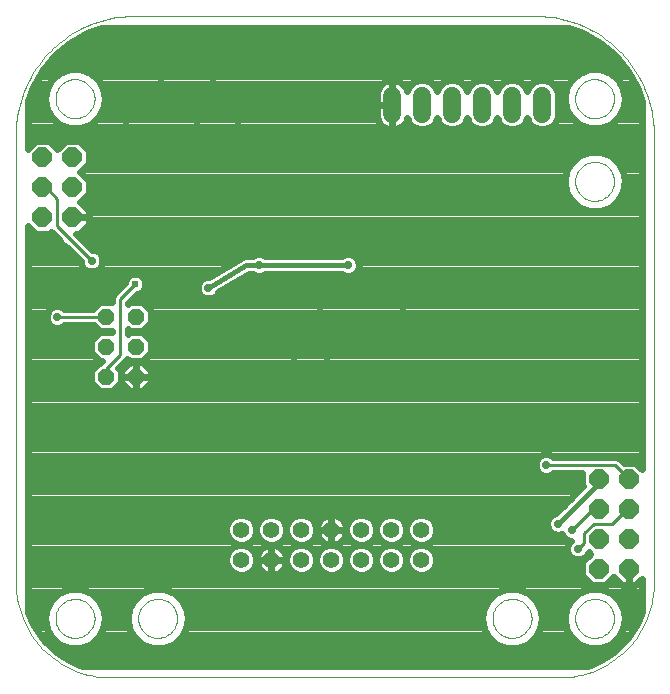
<source format=gbl>
G75*
%MOIN*%
%OFA0B0*%
%FSLAX24Y24*%
%IPPOS*%
%LPD*%
%AMOC8*
5,1,8,0,0,1.08239X$1,22.5*
%
%ADD10C,0.0000*%
%ADD11OC8,0.0650*%
%ADD12C,0.0600*%
%ADD13OC8,0.0535*%
%ADD14C,0.0554*%
%ADD15C,0.0240*%
%ADD16C,0.0100*%
%ADD17C,0.0277*%
%ADD18C,0.0160*%
%ADD19C,0.0240*%
D10*
X007744Y006169D02*
X022705Y006169D01*
X023236Y008138D02*
X023238Y008188D01*
X023244Y008238D01*
X023254Y008288D01*
X023267Y008336D01*
X023284Y008384D01*
X023305Y008430D01*
X023329Y008474D01*
X023357Y008516D01*
X023388Y008556D01*
X023422Y008593D01*
X023459Y008628D01*
X023498Y008659D01*
X023539Y008688D01*
X023583Y008713D01*
X023629Y008735D01*
X023676Y008753D01*
X023724Y008767D01*
X023773Y008778D01*
X023823Y008785D01*
X023873Y008788D01*
X023924Y008787D01*
X023974Y008782D01*
X024024Y008773D01*
X024072Y008761D01*
X024120Y008744D01*
X024166Y008724D01*
X024211Y008701D01*
X024254Y008674D01*
X024294Y008644D01*
X024332Y008611D01*
X024367Y008575D01*
X024400Y008536D01*
X024429Y008495D01*
X024455Y008452D01*
X024478Y008407D01*
X024497Y008360D01*
X024512Y008312D01*
X024524Y008263D01*
X024532Y008213D01*
X024536Y008163D01*
X024536Y008113D01*
X024532Y008063D01*
X024524Y008013D01*
X024512Y007964D01*
X024497Y007916D01*
X024478Y007869D01*
X024455Y007824D01*
X024429Y007781D01*
X024400Y007740D01*
X024367Y007701D01*
X024332Y007665D01*
X024294Y007632D01*
X024254Y007602D01*
X024211Y007575D01*
X024166Y007552D01*
X024120Y007532D01*
X024072Y007515D01*
X024024Y007503D01*
X023974Y007494D01*
X023924Y007489D01*
X023873Y007488D01*
X023823Y007491D01*
X023773Y007498D01*
X023724Y007509D01*
X023676Y007523D01*
X023629Y007541D01*
X023583Y007563D01*
X023539Y007588D01*
X023498Y007617D01*
X023459Y007648D01*
X023422Y007683D01*
X023388Y007720D01*
X023357Y007760D01*
X023329Y007802D01*
X023305Y007846D01*
X023284Y007892D01*
X023267Y007940D01*
X023254Y007988D01*
X023244Y008038D01*
X023238Y008088D01*
X023236Y008138D01*
X022705Y006169D02*
X022815Y006171D01*
X022925Y006177D01*
X023034Y006186D01*
X023143Y006200D01*
X023252Y006217D01*
X023360Y006238D01*
X023467Y006263D01*
X023573Y006291D01*
X023678Y006323D01*
X023782Y006359D01*
X023885Y006398D01*
X023986Y006441D01*
X024086Y006488D01*
X024184Y006538D01*
X024280Y006591D01*
X024374Y006648D01*
X024466Y006708D01*
X024557Y006771D01*
X024644Y006837D01*
X024730Y006906D01*
X024813Y006978D01*
X024893Y007053D01*
X024971Y007131D01*
X025046Y007211D01*
X025118Y007294D01*
X025187Y007380D01*
X025253Y007467D01*
X025316Y007558D01*
X025376Y007650D01*
X025433Y007744D01*
X025486Y007840D01*
X025536Y007938D01*
X025583Y008038D01*
X025626Y008139D01*
X025665Y008242D01*
X025701Y008346D01*
X025733Y008451D01*
X025761Y008557D01*
X025786Y008664D01*
X025807Y008772D01*
X025824Y008881D01*
X025838Y008990D01*
X025847Y009099D01*
X025853Y009209D01*
X025855Y009319D01*
X025854Y009319D02*
X025854Y013059D01*
X025854Y019870D01*
X025854Y024280D01*
X023236Y025461D02*
X023238Y025511D01*
X023244Y025561D01*
X023254Y025611D01*
X023267Y025659D01*
X023284Y025707D01*
X023305Y025753D01*
X023329Y025797D01*
X023357Y025839D01*
X023388Y025879D01*
X023422Y025916D01*
X023459Y025951D01*
X023498Y025982D01*
X023539Y026011D01*
X023583Y026036D01*
X023629Y026058D01*
X023676Y026076D01*
X023724Y026090D01*
X023773Y026101D01*
X023823Y026108D01*
X023873Y026111D01*
X023924Y026110D01*
X023974Y026105D01*
X024024Y026096D01*
X024072Y026084D01*
X024120Y026067D01*
X024166Y026047D01*
X024211Y026024D01*
X024254Y025997D01*
X024294Y025967D01*
X024332Y025934D01*
X024367Y025898D01*
X024400Y025859D01*
X024429Y025818D01*
X024455Y025775D01*
X024478Y025730D01*
X024497Y025683D01*
X024512Y025635D01*
X024524Y025586D01*
X024532Y025536D01*
X024536Y025486D01*
X024536Y025436D01*
X024532Y025386D01*
X024524Y025336D01*
X024512Y025287D01*
X024497Y025239D01*
X024478Y025192D01*
X024455Y025147D01*
X024429Y025104D01*
X024400Y025063D01*
X024367Y025024D01*
X024332Y024988D01*
X024294Y024955D01*
X024254Y024925D01*
X024211Y024898D01*
X024166Y024875D01*
X024120Y024855D01*
X024072Y024838D01*
X024024Y024826D01*
X023974Y024817D01*
X023924Y024812D01*
X023873Y024811D01*
X023823Y024814D01*
X023773Y024821D01*
X023724Y024832D01*
X023676Y024846D01*
X023629Y024864D01*
X023583Y024886D01*
X023539Y024911D01*
X023498Y024940D01*
X023459Y024971D01*
X023422Y025006D01*
X023388Y025043D01*
X023357Y025083D01*
X023329Y025125D01*
X023305Y025169D01*
X023284Y025215D01*
X023267Y025263D01*
X023254Y025311D01*
X023244Y025361D01*
X023238Y025411D01*
X023236Y025461D01*
X025854Y024280D02*
X025852Y024404D01*
X025846Y024527D01*
X025837Y024651D01*
X025823Y024773D01*
X025806Y024896D01*
X025784Y025018D01*
X025759Y025139D01*
X025730Y025259D01*
X025698Y025378D01*
X025661Y025497D01*
X025621Y025614D01*
X025578Y025729D01*
X025530Y025844D01*
X025479Y025956D01*
X025425Y026067D01*
X025367Y026177D01*
X025306Y026284D01*
X025241Y026390D01*
X025173Y026493D01*
X025102Y026594D01*
X025028Y026693D01*
X024951Y026790D01*
X024870Y026884D01*
X024787Y026975D01*
X024701Y027064D01*
X024612Y027150D01*
X024521Y027233D01*
X024427Y027314D01*
X024330Y027391D01*
X024231Y027465D01*
X024130Y027536D01*
X024027Y027604D01*
X023921Y027669D01*
X023814Y027730D01*
X023704Y027788D01*
X023593Y027842D01*
X023481Y027893D01*
X023366Y027941D01*
X023251Y027984D01*
X023134Y028024D01*
X023015Y028061D01*
X022896Y028093D01*
X022776Y028122D01*
X022655Y028147D01*
X022533Y028169D01*
X022410Y028186D01*
X022288Y028200D01*
X022164Y028209D01*
X022041Y028215D01*
X021917Y028217D01*
X018020Y028217D01*
X017980Y028217D01*
X012469Y028217D01*
X008531Y028217D01*
X005913Y025461D02*
X005915Y025511D01*
X005921Y025561D01*
X005931Y025611D01*
X005944Y025659D01*
X005961Y025707D01*
X005982Y025753D01*
X006006Y025797D01*
X006034Y025839D01*
X006065Y025879D01*
X006099Y025916D01*
X006136Y025951D01*
X006175Y025982D01*
X006216Y026011D01*
X006260Y026036D01*
X006306Y026058D01*
X006353Y026076D01*
X006401Y026090D01*
X006450Y026101D01*
X006500Y026108D01*
X006550Y026111D01*
X006601Y026110D01*
X006651Y026105D01*
X006701Y026096D01*
X006749Y026084D01*
X006797Y026067D01*
X006843Y026047D01*
X006888Y026024D01*
X006931Y025997D01*
X006971Y025967D01*
X007009Y025934D01*
X007044Y025898D01*
X007077Y025859D01*
X007106Y025818D01*
X007132Y025775D01*
X007155Y025730D01*
X007174Y025683D01*
X007189Y025635D01*
X007201Y025586D01*
X007209Y025536D01*
X007213Y025486D01*
X007213Y025436D01*
X007209Y025386D01*
X007201Y025336D01*
X007189Y025287D01*
X007174Y025239D01*
X007155Y025192D01*
X007132Y025147D01*
X007106Y025104D01*
X007077Y025063D01*
X007044Y025024D01*
X007009Y024988D01*
X006971Y024955D01*
X006931Y024925D01*
X006888Y024898D01*
X006843Y024875D01*
X006797Y024855D01*
X006749Y024838D01*
X006701Y024826D01*
X006651Y024817D01*
X006601Y024812D01*
X006550Y024811D01*
X006500Y024814D01*
X006450Y024821D01*
X006401Y024832D01*
X006353Y024846D01*
X006306Y024864D01*
X006260Y024886D01*
X006216Y024911D01*
X006175Y024940D01*
X006136Y024971D01*
X006099Y025006D01*
X006065Y025043D01*
X006034Y025083D01*
X006006Y025125D01*
X005982Y025169D01*
X005961Y025215D01*
X005944Y025263D01*
X005931Y025311D01*
X005921Y025361D01*
X005915Y025411D01*
X005913Y025461D01*
X004594Y024280D02*
X004594Y009319D01*
X005913Y008138D02*
X005915Y008188D01*
X005921Y008238D01*
X005931Y008288D01*
X005944Y008336D01*
X005961Y008384D01*
X005982Y008430D01*
X006006Y008474D01*
X006034Y008516D01*
X006065Y008556D01*
X006099Y008593D01*
X006136Y008628D01*
X006175Y008659D01*
X006216Y008688D01*
X006260Y008713D01*
X006306Y008735D01*
X006353Y008753D01*
X006401Y008767D01*
X006450Y008778D01*
X006500Y008785D01*
X006550Y008788D01*
X006601Y008787D01*
X006651Y008782D01*
X006701Y008773D01*
X006749Y008761D01*
X006797Y008744D01*
X006843Y008724D01*
X006888Y008701D01*
X006931Y008674D01*
X006971Y008644D01*
X007009Y008611D01*
X007044Y008575D01*
X007077Y008536D01*
X007106Y008495D01*
X007132Y008452D01*
X007155Y008407D01*
X007174Y008360D01*
X007189Y008312D01*
X007201Y008263D01*
X007209Y008213D01*
X007213Y008163D01*
X007213Y008113D01*
X007209Y008063D01*
X007201Y008013D01*
X007189Y007964D01*
X007174Y007916D01*
X007155Y007869D01*
X007132Y007824D01*
X007106Y007781D01*
X007077Y007740D01*
X007044Y007701D01*
X007009Y007665D01*
X006971Y007632D01*
X006931Y007602D01*
X006888Y007575D01*
X006843Y007552D01*
X006797Y007532D01*
X006749Y007515D01*
X006701Y007503D01*
X006651Y007494D01*
X006601Y007489D01*
X006550Y007488D01*
X006500Y007491D01*
X006450Y007498D01*
X006401Y007509D01*
X006353Y007523D01*
X006306Y007541D01*
X006260Y007563D01*
X006216Y007588D01*
X006175Y007617D01*
X006136Y007648D01*
X006099Y007683D01*
X006065Y007720D01*
X006034Y007760D01*
X006006Y007802D01*
X005982Y007846D01*
X005961Y007892D01*
X005944Y007940D01*
X005931Y007988D01*
X005921Y008038D01*
X005915Y008088D01*
X005913Y008138D01*
X004594Y009319D02*
X004596Y009209D01*
X004602Y009099D01*
X004611Y008990D01*
X004625Y008881D01*
X004642Y008772D01*
X004663Y008664D01*
X004688Y008557D01*
X004716Y008451D01*
X004748Y008346D01*
X004784Y008242D01*
X004823Y008139D01*
X004866Y008038D01*
X004913Y007938D01*
X004963Y007840D01*
X005016Y007744D01*
X005073Y007650D01*
X005133Y007558D01*
X005196Y007467D01*
X005262Y007380D01*
X005331Y007294D01*
X005403Y007211D01*
X005478Y007131D01*
X005556Y007053D01*
X005636Y006978D01*
X005719Y006906D01*
X005805Y006837D01*
X005892Y006771D01*
X005983Y006708D01*
X006075Y006648D01*
X006169Y006591D01*
X006265Y006538D01*
X006363Y006488D01*
X006463Y006441D01*
X006564Y006398D01*
X006667Y006359D01*
X006771Y006323D01*
X006876Y006291D01*
X006982Y006263D01*
X007089Y006238D01*
X007197Y006217D01*
X007306Y006200D01*
X007415Y006186D01*
X007524Y006177D01*
X007634Y006171D01*
X007744Y006169D01*
X008669Y008138D02*
X008671Y008188D01*
X008677Y008238D01*
X008687Y008288D01*
X008700Y008336D01*
X008717Y008384D01*
X008738Y008430D01*
X008762Y008474D01*
X008790Y008516D01*
X008821Y008556D01*
X008855Y008593D01*
X008892Y008628D01*
X008931Y008659D01*
X008972Y008688D01*
X009016Y008713D01*
X009062Y008735D01*
X009109Y008753D01*
X009157Y008767D01*
X009206Y008778D01*
X009256Y008785D01*
X009306Y008788D01*
X009357Y008787D01*
X009407Y008782D01*
X009457Y008773D01*
X009505Y008761D01*
X009553Y008744D01*
X009599Y008724D01*
X009644Y008701D01*
X009687Y008674D01*
X009727Y008644D01*
X009765Y008611D01*
X009800Y008575D01*
X009833Y008536D01*
X009862Y008495D01*
X009888Y008452D01*
X009911Y008407D01*
X009930Y008360D01*
X009945Y008312D01*
X009957Y008263D01*
X009965Y008213D01*
X009969Y008163D01*
X009969Y008113D01*
X009965Y008063D01*
X009957Y008013D01*
X009945Y007964D01*
X009930Y007916D01*
X009911Y007869D01*
X009888Y007824D01*
X009862Y007781D01*
X009833Y007740D01*
X009800Y007701D01*
X009765Y007665D01*
X009727Y007632D01*
X009687Y007602D01*
X009644Y007575D01*
X009599Y007552D01*
X009553Y007532D01*
X009505Y007515D01*
X009457Y007503D01*
X009407Y007494D01*
X009357Y007489D01*
X009306Y007488D01*
X009256Y007491D01*
X009206Y007498D01*
X009157Y007509D01*
X009109Y007523D01*
X009062Y007541D01*
X009016Y007563D01*
X008972Y007588D01*
X008931Y007617D01*
X008892Y007648D01*
X008855Y007683D01*
X008821Y007720D01*
X008790Y007760D01*
X008762Y007802D01*
X008738Y007846D01*
X008717Y007892D01*
X008700Y007940D01*
X008687Y007988D01*
X008677Y008038D01*
X008671Y008088D01*
X008669Y008138D01*
X020480Y008138D02*
X020482Y008188D01*
X020488Y008238D01*
X020498Y008288D01*
X020511Y008336D01*
X020528Y008384D01*
X020549Y008430D01*
X020573Y008474D01*
X020601Y008516D01*
X020632Y008556D01*
X020666Y008593D01*
X020703Y008628D01*
X020742Y008659D01*
X020783Y008688D01*
X020827Y008713D01*
X020873Y008735D01*
X020920Y008753D01*
X020968Y008767D01*
X021017Y008778D01*
X021067Y008785D01*
X021117Y008788D01*
X021168Y008787D01*
X021218Y008782D01*
X021268Y008773D01*
X021316Y008761D01*
X021364Y008744D01*
X021410Y008724D01*
X021455Y008701D01*
X021498Y008674D01*
X021538Y008644D01*
X021576Y008611D01*
X021611Y008575D01*
X021644Y008536D01*
X021673Y008495D01*
X021699Y008452D01*
X021722Y008407D01*
X021741Y008360D01*
X021756Y008312D01*
X021768Y008263D01*
X021776Y008213D01*
X021780Y008163D01*
X021780Y008113D01*
X021776Y008063D01*
X021768Y008013D01*
X021756Y007964D01*
X021741Y007916D01*
X021722Y007869D01*
X021699Y007824D01*
X021673Y007781D01*
X021644Y007740D01*
X021611Y007701D01*
X021576Y007665D01*
X021538Y007632D01*
X021498Y007602D01*
X021455Y007575D01*
X021410Y007552D01*
X021364Y007532D01*
X021316Y007515D01*
X021268Y007503D01*
X021218Y007494D01*
X021168Y007489D01*
X021117Y007488D01*
X021067Y007491D01*
X021017Y007498D01*
X020968Y007509D01*
X020920Y007523D01*
X020873Y007541D01*
X020827Y007563D01*
X020783Y007588D01*
X020742Y007617D01*
X020703Y007648D01*
X020666Y007683D01*
X020632Y007720D01*
X020601Y007760D01*
X020573Y007802D01*
X020549Y007846D01*
X020528Y007892D01*
X020511Y007940D01*
X020498Y007988D01*
X020488Y008038D01*
X020482Y008088D01*
X020480Y008138D01*
X023236Y022705D02*
X023238Y022755D01*
X023244Y022805D01*
X023254Y022855D01*
X023267Y022903D01*
X023284Y022951D01*
X023305Y022997D01*
X023329Y023041D01*
X023357Y023083D01*
X023388Y023123D01*
X023422Y023160D01*
X023459Y023195D01*
X023498Y023226D01*
X023539Y023255D01*
X023583Y023280D01*
X023629Y023302D01*
X023676Y023320D01*
X023724Y023334D01*
X023773Y023345D01*
X023823Y023352D01*
X023873Y023355D01*
X023924Y023354D01*
X023974Y023349D01*
X024024Y023340D01*
X024072Y023328D01*
X024120Y023311D01*
X024166Y023291D01*
X024211Y023268D01*
X024254Y023241D01*
X024294Y023211D01*
X024332Y023178D01*
X024367Y023142D01*
X024400Y023103D01*
X024429Y023062D01*
X024455Y023019D01*
X024478Y022974D01*
X024497Y022927D01*
X024512Y022879D01*
X024524Y022830D01*
X024532Y022780D01*
X024536Y022730D01*
X024536Y022680D01*
X024532Y022630D01*
X024524Y022580D01*
X024512Y022531D01*
X024497Y022483D01*
X024478Y022436D01*
X024455Y022391D01*
X024429Y022348D01*
X024400Y022307D01*
X024367Y022268D01*
X024332Y022232D01*
X024294Y022199D01*
X024254Y022169D01*
X024211Y022142D01*
X024166Y022119D01*
X024120Y022099D01*
X024072Y022082D01*
X024024Y022070D01*
X023974Y022061D01*
X023924Y022056D01*
X023873Y022055D01*
X023823Y022058D01*
X023773Y022065D01*
X023724Y022076D01*
X023676Y022090D01*
X023629Y022108D01*
X023583Y022130D01*
X023539Y022155D01*
X023498Y022184D01*
X023459Y022215D01*
X023422Y022250D01*
X023388Y022287D01*
X023357Y022327D01*
X023329Y022369D01*
X023305Y022413D01*
X023284Y022459D01*
X023267Y022507D01*
X023254Y022555D01*
X023244Y022605D01*
X023238Y022655D01*
X023236Y022705D01*
X008531Y028217D02*
X008407Y028215D01*
X008284Y028209D01*
X008160Y028200D01*
X008038Y028186D01*
X007915Y028169D01*
X007793Y028147D01*
X007672Y028122D01*
X007552Y028093D01*
X007433Y028061D01*
X007314Y028024D01*
X007197Y027984D01*
X007082Y027941D01*
X006967Y027893D01*
X006855Y027842D01*
X006744Y027788D01*
X006634Y027730D01*
X006527Y027669D01*
X006421Y027604D01*
X006318Y027536D01*
X006217Y027465D01*
X006118Y027391D01*
X006021Y027314D01*
X005927Y027233D01*
X005836Y027150D01*
X005747Y027064D01*
X005661Y026975D01*
X005578Y026884D01*
X005497Y026790D01*
X005420Y026693D01*
X005346Y026594D01*
X005275Y026493D01*
X005207Y026390D01*
X005142Y026284D01*
X005081Y026177D01*
X005023Y026067D01*
X004969Y025956D01*
X004918Y025844D01*
X004870Y025729D01*
X004827Y025614D01*
X004787Y025497D01*
X004750Y025378D01*
X004718Y025259D01*
X004689Y025139D01*
X004664Y025018D01*
X004642Y024896D01*
X004625Y024773D01*
X004611Y024651D01*
X004602Y024527D01*
X004596Y024404D01*
X004594Y024280D01*
D11*
X005472Y023508D03*
X005472Y022508D03*
X005472Y021508D03*
X006472Y021508D03*
X006472Y022508D03*
X006472Y023508D03*
X024016Y012787D03*
X024016Y011787D03*
X024016Y010787D03*
X024016Y009787D03*
X025016Y009787D03*
X025016Y010787D03*
X025016Y011787D03*
X025016Y012787D03*
D12*
X022134Y024960D02*
X022134Y025560D01*
X021134Y025560D02*
X021134Y024960D01*
X020134Y024960D02*
X020134Y025560D01*
X019134Y025560D02*
X019134Y024960D01*
X018134Y024960D02*
X018134Y025560D01*
X017134Y025560D02*
X017134Y024960D01*
D13*
X008598Y018193D03*
X007598Y018193D03*
X007598Y017193D03*
X008598Y017193D03*
X008598Y016193D03*
X007598Y016193D03*
D14*
X012106Y011091D03*
X012106Y010091D03*
X013106Y010091D03*
X013106Y011091D03*
X014106Y011091D03*
X015106Y011091D03*
X015106Y010091D03*
X014106Y010091D03*
X016106Y010091D03*
X016106Y011091D03*
X017106Y011091D03*
X017106Y010091D03*
X018106Y010091D03*
X018106Y011091D03*
D15*
X016091Y015539D03*
X014949Y016799D03*
X014398Y016327D03*
X013846Y016799D03*
X014398Y017350D03*
X014713Y018492D03*
X014713Y019594D03*
X016091Y018059D03*
X017508Y018374D03*
X017980Y017823D03*
X017469Y016563D03*
X017980Y016051D03*
X018138Y019516D03*
X017941Y021091D03*
X016602Y020067D03*
X016327Y022193D03*
X014870Y023335D03*
X013807Y024398D03*
X014949Y024988D03*
X014949Y026681D03*
X014437Y027154D03*
X015539Y027232D03*
X016327Y026720D03*
X013059Y027272D03*
X012114Y027626D03*
X011878Y026642D03*
X011169Y026051D03*
X011996Y025657D03*
X011996Y024713D03*
X010618Y024555D03*
X010618Y023335D03*
X011130Y022114D03*
X012390Y021720D03*
X012902Y020815D03*
X013413Y021366D03*
X014398Y021799D03*
X012665Y017429D03*
X011563Y017390D03*
X009988Y018256D03*
X009594Y018689D03*
X008571Y019280D03*
X009594Y016996D03*
X009555Y015579D03*
X010067Y015067D03*
X008571Y014594D03*
X012350Y014398D03*
X012823Y015106D03*
X008177Y023492D03*
X008256Y024594D03*
X007902Y025106D03*
X008492Y025815D03*
X009437Y025972D03*
X009476Y027035D03*
X007941Y026642D03*
X007744Y027626D03*
D16*
X005579Y022508D02*
X005539Y022508D01*
X005500Y022508D01*
X005472Y022508D01*
X005579Y022508D02*
X005972Y022114D01*
X005972Y021209D01*
X007114Y020067D01*
X006366Y020815D02*
X006327Y020815D01*
X008059Y018768D02*
X008059Y016917D01*
X007598Y016457D01*
X007598Y016193D01*
X007583Y018177D02*
X005972Y018177D01*
X007583Y018177D02*
X007598Y018193D01*
X008059Y018768D02*
X008571Y019280D01*
X022272Y013256D02*
X023295Y013256D01*
X024555Y013256D01*
X024555Y013248D01*
X025016Y012787D01*
X024976Y011787D02*
X025016Y011787D01*
X024976Y011787D02*
X024476Y011287D01*
X023846Y011287D01*
X023531Y010972D01*
X023531Y010657D01*
X023335Y010461D01*
X023138Y011091D02*
X023835Y011787D01*
X024016Y011787D01*
D17*
X023138Y011091D03*
X022665Y011287D03*
X023335Y010461D03*
X022272Y013256D03*
X015657Y019909D03*
X012705Y019909D03*
X011012Y019161D03*
X007114Y020067D03*
X005972Y018177D03*
D18*
X011012Y019161D02*
X012272Y019909D01*
X012705Y019909D01*
X015657Y019909D01*
X024016Y012638D02*
X022665Y011287D01*
X024016Y012638D02*
X024016Y012787D01*
D19*
X006363Y006735D02*
X005886Y007054D01*
X005479Y007460D01*
X005160Y007938D01*
X004988Y008354D01*
X004988Y021222D01*
X005247Y020963D01*
X005698Y020963D01*
X005767Y021032D01*
X005819Y020980D01*
X006070Y020729D01*
X006098Y020662D01*
X006174Y020586D01*
X006241Y020558D01*
X006755Y020044D01*
X006755Y019996D01*
X006810Y019864D01*
X006911Y019763D01*
X007043Y019708D01*
X007186Y019708D01*
X007317Y019763D01*
X007418Y019864D01*
X007473Y019996D01*
X007473Y020138D01*
X007418Y020270D01*
X007317Y020371D01*
X007186Y020426D01*
X007137Y020426D01*
X006600Y020963D01*
X006698Y020963D01*
X007017Y021282D01*
X007017Y021508D01*
X007017Y021734D01*
X006743Y022008D01*
X007017Y022282D01*
X007017Y022734D01*
X006743Y023008D01*
X007017Y023282D01*
X007017Y023734D01*
X006698Y024053D01*
X006247Y024053D01*
X005972Y023778D01*
X005698Y024053D01*
X005247Y024053D01*
X004988Y023794D01*
X004988Y025371D01*
X005163Y025850D01*
X005487Y026412D01*
X005903Y026908D01*
X006400Y027324D01*
X006961Y027648D01*
X007440Y027823D01*
X023009Y027823D01*
X023488Y027648D01*
X024049Y027324D01*
X024546Y026908D01*
X024962Y026412D01*
X025286Y025850D01*
X025461Y025371D01*
X025461Y013113D01*
X025241Y013332D01*
X024853Y013332D01*
X024790Y013395D01*
X024784Y013409D01*
X024708Y013485D01*
X024609Y013526D01*
X022509Y013526D01*
X022475Y013560D01*
X022343Y013615D01*
X022200Y013615D01*
X022068Y013560D01*
X021968Y013459D01*
X021913Y013327D01*
X021913Y013185D01*
X021968Y013053D01*
X022068Y012952D01*
X022200Y012897D01*
X022343Y012897D01*
X022475Y012952D01*
X022509Y012986D01*
X023471Y012986D01*
X023471Y012562D01*
X023493Y012539D01*
X022600Y011646D01*
X022594Y011646D01*
X022462Y011592D01*
X022361Y011491D01*
X022307Y011359D01*
X022307Y011216D01*
X022361Y011084D01*
X022462Y010983D01*
X022594Y010929D01*
X022737Y010929D01*
X022805Y010957D01*
X022834Y010887D01*
X022935Y010786D01*
X023066Y010732D01*
X023098Y010732D01*
X023031Y010664D01*
X022976Y010532D01*
X022976Y010389D01*
X023031Y010257D01*
X023131Y010157D01*
X023263Y010102D01*
X023406Y010102D01*
X023538Y010157D01*
X023639Y010257D01*
X023679Y010354D01*
X023745Y010287D01*
X023471Y010013D01*
X023471Y009562D01*
X023790Y009243D01*
X024241Y009243D01*
X024516Y009517D01*
X024790Y009243D01*
X025016Y009243D01*
X025241Y009243D01*
X025461Y009462D01*
X025461Y008354D01*
X025288Y007938D01*
X024969Y007460D01*
X024563Y007054D01*
X024086Y006735D01*
X023670Y006563D01*
X006779Y006563D01*
X006363Y006735D01*
X006578Y006646D02*
X023871Y006646D01*
X024310Y006885D02*
X006139Y006885D01*
X006388Y007148D02*
X006615Y007148D01*
X006738Y007148D01*
X007066Y007267D01*
X007333Y007492D01*
X007508Y007794D01*
X007568Y008138D01*
X007508Y008482D01*
X007333Y008784D01*
X007066Y009008D01*
X007066Y009008D01*
X006738Y009128D01*
X006388Y009128D01*
X006060Y009008D01*
X005793Y008784D01*
X005793Y008784D01*
X005618Y008482D01*
X005558Y008138D01*
X005618Y007794D01*
X005793Y007492D01*
X005793Y007492D01*
X006060Y007267D01*
X006060Y007267D01*
X006388Y007148D01*
X005948Y007362D02*
X005578Y007362D01*
X005730Y007600D02*
X005386Y007600D01*
X005227Y007839D02*
X005610Y007839D01*
X005618Y007794D02*
X005618Y007794D01*
X005568Y008077D02*
X005103Y008077D01*
X005004Y008316D02*
X005589Y008316D01*
X005618Y008482D02*
X005618Y008482D01*
X005660Y008554D02*
X004988Y008554D01*
X004988Y008793D02*
X005803Y008793D01*
X005793Y008784D02*
X005793Y008784D01*
X006060Y009008D02*
X006060Y009008D01*
X006123Y009031D02*
X004988Y009031D01*
X004988Y009270D02*
X023763Y009270D01*
X023711Y009128D02*
X023383Y009008D01*
X023116Y008784D01*
X023116Y008784D01*
X022941Y008482D01*
X022941Y008482D01*
X022881Y008138D01*
X022941Y007794D01*
X023116Y007492D01*
X023116Y007492D01*
X023383Y007267D01*
X023383Y007267D01*
X023711Y007148D01*
X023834Y007148D01*
X024060Y007148D01*
X024388Y007267D01*
X024388Y007267D01*
X024656Y007492D01*
X024830Y007794D01*
X024891Y008138D01*
X024830Y008482D01*
X024656Y008784D01*
X024388Y009008D01*
X024060Y009128D01*
X023711Y009128D01*
X023446Y009031D02*
X021570Y009031D01*
X021633Y009008D02*
X021304Y009128D01*
X020955Y009128D01*
X020627Y009008D01*
X020360Y008784D01*
X020360Y008784D01*
X020360Y008784D01*
X020185Y008482D01*
X020185Y008482D01*
X020125Y008138D01*
X020125Y008138D01*
X020185Y007794D01*
X020360Y007492D01*
X020360Y007492D01*
X020627Y007267D01*
X020627Y007267D01*
X020955Y007148D01*
X021078Y007148D01*
X021304Y007148D01*
X021633Y007267D01*
X021900Y007492D01*
X022075Y007794D01*
X022135Y008138D01*
X022075Y008482D01*
X021900Y008784D01*
X021633Y009008D01*
X021889Y008793D02*
X023126Y008793D01*
X023116Y008784D02*
X023116Y008784D01*
X022983Y008554D02*
X022033Y008554D01*
X022075Y008482D02*
X022075Y008482D01*
X022104Y008316D02*
X022912Y008316D01*
X022881Y008138D02*
X022881Y008138D01*
X022891Y008077D02*
X022125Y008077D01*
X022135Y008138D02*
X022135Y008138D01*
X022082Y007839D02*
X022933Y007839D01*
X023053Y007600D02*
X021963Y007600D01*
X021900Y007492D02*
X021900Y007492D01*
X021900Y007492D01*
X021745Y007362D02*
X023270Y007362D01*
X022075Y007794D02*
X022075Y007794D01*
X021633Y007267D02*
X021633Y007267D01*
X020515Y007362D02*
X009934Y007362D01*
X009822Y007267D02*
X010089Y007492D01*
X010264Y007794D01*
X010324Y008138D01*
X010264Y008482D01*
X010089Y008784D01*
X009822Y009008D01*
X009822Y009008D01*
X009493Y009128D01*
X009144Y009128D01*
X008816Y009008D01*
X008549Y008784D01*
X008549Y008784D01*
X008374Y008482D01*
X008374Y008482D01*
X008314Y008138D01*
X008374Y007794D01*
X008549Y007492D01*
X008549Y007492D01*
X008816Y007267D01*
X008816Y007267D01*
X009144Y007148D01*
X009371Y007148D01*
X009493Y007148D01*
X009493Y007148D01*
X009822Y007267D01*
X009822Y007267D01*
X010089Y007492D02*
X010089Y007492D01*
X010089Y007492D01*
X010152Y007600D02*
X020297Y007600D01*
X020185Y007794D02*
X020185Y007794D01*
X020177Y007839D02*
X010271Y007839D01*
X010264Y007794D02*
X010264Y007794D01*
X010314Y008077D02*
X020135Y008077D01*
X020156Y008316D02*
X010293Y008316D01*
X010264Y008482D02*
X010264Y008482D01*
X010222Y008554D02*
X020227Y008554D01*
X020370Y008793D02*
X010078Y008793D01*
X010089Y008784D02*
X010089Y008784D01*
X009759Y009031D02*
X020690Y009031D01*
X020627Y009008D02*
X020627Y009008D01*
X021900Y008784D02*
X021900Y008784D01*
X023064Y010224D02*
X018589Y010224D01*
X018603Y010189D02*
X018528Y010372D01*
X018388Y010512D01*
X018205Y010588D01*
X018007Y010588D01*
X017825Y010512D01*
X017685Y010372D01*
X017609Y010189D01*
X017609Y009992D01*
X017685Y009809D01*
X017825Y009669D01*
X018007Y009593D01*
X018205Y009593D01*
X018388Y009669D01*
X018528Y009809D01*
X018603Y009992D01*
X018603Y010189D01*
X018601Y009985D02*
X023471Y009985D01*
X023471Y009747D02*
X018466Y009747D01*
X018438Y010462D02*
X022976Y010462D01*
X023067Y010701D02*
X018420Y010701D01*
X018388Y010669D02*
X018528Y010809D01*
X018603Y010992D01*
X018603Y011189D01*
X018528Y011372D01*
X018388Y011512D01*
X018205Y011588D01*
X018007Y011588D01*
X017825Y011512D01*
X017685Y011372D01*
X017609Y011189D01*
X017609Y010992D01*
X017685Y010809D01*
X017825Y010669D01*
X018007Y010593D01*
X018205Y010593D01*
X018388Y010669D01*
X018582Y010939D02*
X022568Y010939D01*
X022762Y010939D02*
X022812Y010939D01*
X022322Y011178D02*
X018603Y011178D01*
X018484Y011416D02*
X022330Y011416D01*
X022608Y011655D02*
X004988Y011655D01*
X004988Y011893D02*
X022847Y011893D01*
X023085Y012132D02*
X004988Y012132D01*
X004988Y012370D02*
X023324Y012370D01*
X023471Y012609D02*
X004988Y012609D01*
X004988Y012847D02*
X023471Y012847D01*
X022468Y013563D02*
X025461Y013563D01*
X025461Y013801D02*
X004988Y013801D01*
X004988Y013563D02*
X022075Y013563D01*
X021913Y013324D02*
X004988Y013324D01*
X004988Y013086D02*
X021954Y013086D01*
X023605Y010224D02*
X023682Y010224D01*
X023524Y009508D02*
X004988Y009508D01*
X004988Y009747D02*
X011747Y009747D01*
X011685Y009809D02*
X011825Y009669D01*
X012007Y009593D01*
X012205Y009593D01*
X012388Y009669D01*
X012528Y009809D01*
X012603Y009992D01*
X012603Y010189D01*
X012528Y010372D01*
X012388Y010512D01*
X012205Y010588D01*
X012007Y010588D01*
X011825Y010512D01*
X011685Y010372D01*
X011609Y010189D01*
X011609Y009992D01*
X011685Y009809D01*
X011612Y009985D02*
X004988Y009985D01*
X004988Y010224D02*
X011623Y010224D01*
X011775Y010462D02*
X004988Y010462D01*
X004988Y010701D02*
X011793Y010701D01*
X011825Y010669D02*
X012007Y010593D01*
X012205Y010593D01*
X012388Y010669D01*
X012528Y010809D01*
X012603Y010992D01*
X012603Y011189D01*
X012528Y011372D01*
X012388Y011512D01*
X012205Y011588D01*
X012007Y011588D01*
X011825Y011512D01*
X011685Y011372D01*
X011609Y011189D01*
X011609Y010992D01*
X011685Y010809D01*
X011825Y010669D01*
X011631Y010939D02*
X004988Y010939D01*
X004988Y011178D02*
X011609Y011178D01*
X011729Y011416D02*
X004988Y011416D01*
X004988Y014040D02*
X025461Y014040D01*
X025461Y014278D02*
X004988Y014278D01*
X004988Y014517D02*
X025461Y014517D01*
X025461Y014755D02*
X004988Y014755D01*
X004988Y014994D02*
X025461Y014994D01*
X025461Y015232D02*
X004988Y015232D01*
X004988Y015471D02*
X025461Y015471D01*
X025461Y015709D02*
X008804Y015709D01*
X008800Y015706D02*
X009086Y015991D01*
X009086Y016193D01*
X009086Y016395D01*
X008800Y016680D01*
X008598Y016680D01*
X008397Y016680D01*
X008111Y016395D01*
X008111Y016193D01*
X008598Y016193D01*
X008598Y016193D01*
X008111Y016193D01*
X008111Y015991D01*
X008397Y015706D01*
X008598Y015706D01*
X008598Y016193D01*
X008598Y016680D01*
X008598Y016193D01*
X008598Y016193D01*
X008598Y016193D01*
X008598Y015706D01*
X008800Y015706D01*
X008598Y015709D02*
X008598Y015709D01*
X008393Y015709D02*
X007804Y015709D01*
X007800Y015706D02*
X008086Y015991D01*
X008086Y016395D01*
X008002Y016478D01*
X008288Y016764D01*
X008303Y016800D01*
X008397Y016706D01*
X008800Y016706D01*
X009086Y016991D01*
X009086Y017395D01*
X008800Y017680D01*
X008397Y017680D01*
X008329Y017613D01*
X008329Y017773D01*
X008397Y017706D01*
X008800Y017706D01*
X009086Y017991D01*
X009086Y018395D01*
X008800Y018680D01*
X008397Y018680D01*
X008329Y018613D01*
X008329Y018656D01*
X008613Y018940D01*
X008638Y018940D01*
X008763Y018991D01*
X008859Y019087D01*
X008911Y019212D01*
X008911Y019347D01*
X008859Y019472D01*
X008763Y019568D01*
X008638Y019620D01*
X008503Y019620D01*
X008378Y019568D01*
X008283Y019472D01*
X008231Y019347D01*
X008231Y019321D01*
X007906Y018997D01*
X007830Y018921D01*
X007789Y018821D01*
X007789Y018680D01*
X007397Y018680D01*
X007164Y018447D01*
X006210Y018447D01*
X006176Y018481D01*
X006044Y018536D01*
X005901Y018536D01*
X005769Y018481D01*
X005668Y018380D01*
X005614Y018249D01*
X005614Y018106D01*
X005668Y017974D01*
X005769Y017873D01*
X005901Y017818D01*
X006044Y017818D01*
X006176Y017873D01*
X006210Y017907D01*
X007195Y017907D01*
X007397Y017706D01*
X007789Y017706D01*
X007789Y017680D01*
X007397Y017680D01*
X007111Y017395D01*
X007111Y016991D01*
X007397Y016706D01*
X007465Y016706D01*
X007445Y016686D01*
X007440Y016680D01*
X007397Y016680D01*
X007111Y016395D01*
X007111Y015991D01*
X007397Y015706D01*
X007800Y015706D01*
X008042Y015948D02*
X008154Y015948D01*
X008111Y016186D02*
X008086Y016186D01*
X008056Y016425D02*
X008141Y016425D01*
X008187Y016663D02*
X008380Y016663D01*
X008598Y016663D02*
X008598Y016663D01*
X008817Y016663D02*
X025461Y016663D01*
X025461Y016425D02*
X009056Y016425D01*
X009086Y016193D02*
X008598Y016193D01*
X008598Y016193D01*
X009086Y016193D01*
X009086Y016186D02*
X025461Y016186D01*
X025461Y015948D02*
X009042Y015948D01*
X008598Y015948D02*
X008598Y015948D01*
X008598Y016186D02*
X008598Y016186D01*
X008598Y016425D02*
X008598Y016425D01*
X008996Y016902D02*
X025461Y016902D01*
X025461Y017140D02*
X009086Y017140D01*
X009086Y017379D02*
X025461Y017379D01*
X025461Y017617D02*
X008863Y017617D01*
X008950Y017856D02*
X025461Y017856D01*
X025461Y018094D02*
X009086Y018094D01*
X009086Y018333D02*
X025461Y018333D01*
X025461Y018571D02*
X008909Y018571D01*
X008483Y018810D02*
X010923Y018810D01*
X010940Y018803D02*
X011083Y018803D01*
X011215Y018857D01*
X011316Y018958D01*
X011335Y019004D01*
X012354Y019609D01*
X012497Y019609D01*
X012502Y019605D01*
X012633Y019551D01*
X012776Y019551D01*
X012908Y019605D01*
X012912Y019609D01*
X015450Y019609D01*
X015454Y019605D01*
X015586Y019551D01*
X015729Y019551D01*
X015861Y019605D01*
X015962Y019706D01*
X016016Y019838D01*
X016016Y019981D01*
X015962Y020113D01*
X015861Y020214D01*
X015729Y020268D01*
X015586Y020268D01*
X015454Y020214D01*
X015450Y020209D01*
X012912Y020209D01*
X012908Y020214D01*
X012776Y020268D01*
X012633Y020268D01*
X012502Y020214D01*
X012497Y020209D01*
X012309Y020209D01*
X012288Y020215D01*
X012250Y020209D01*
X012212Y020209D01*
X012192Y020201D01*
X012170Y020198D01*
X012137Y020178D01*
X012102Y020164D01*
X012086Y020148D01*
X011028Y019520D01*
X010940Y019520D01*
X010809Y019466D01*
X010708Y019365D01*
X010653Y019233D01*
X010653Y019090D01*
X010708Y018958D01*
X010809Y018857D01*
X010940Y018803D01*
X011100Y018810D02*
X025461Y018810D01*
X025461Y019048D02*
X011409Y019048D01*
X011811Y019287D02*
X025461Y019287D01*
X025461Y019525D02*
X012212Y019525D01*
X011840Y020002D02*
X007473Y020002D01*
X007430Y020241D02*
X012567Y020241D01*
X012842Y020241D02*
X015520Y020241D01*
X015795Y020241D02*
X025461Y020241D01*
X025461Y020479D02*
X007084Y020479D01*
X006845Y020718D02*
X025461Y020718D01*
X025461Y020956D02*
X006607Y020956D01*
X006930Y021195D02*
X025461Y021195D01*
X025461Y021433D02*
X007017Y021433D01*
X007017Y021508D02*
X006472Y021508D01*
X007017Y021508D01*
X007017Y021672D02*
X025461Y021672D01*
X025461Y021910D02*
X024479Y021910D01*
X024388Y021834D02*
X024656Y022059D01*
X024830Y022361D01*
X024891Y022705D01*
X024830Y023049D01*
X024656Y023351D01*
X024388Y023575D01*
X024060Y023695D01*
X023711Y023695D01*
X023383Y023575D01*
X023116Y023351D01*
X023116Y023351D01*
X022941Y023049D01*
X022941Y023049D01*
X022881Y022705D01*
X022881Y022705D01*
X022941Y022361D01*
X023116Y022059D01*
X023383Y021834D01*
X023711Y021715D01*
X023834Y021715D01*
X024060Y021715D01*
X024388Y021834D01*
X024388Y021834D01*
X024656Y022059D02*
X024656Y022059D01*
X024656Y022059D01*
X024708Y022149D02*
X025461Y022149D01*
X025461Y022387D02*
X024835Y022387D01*
X024830Y022361D02*
X024830Y022361D01*
X024877Y022626D02*
X025461Y022626D01*
X025461Y022864D02*
X024863Y022864D01*
X024891Y022705D02*
X024891Y022705D01*
X024830Y023049D02*
X024830Y023049D01*
X024799Y023103D02*
X025461Y023103D01*
X025461Y023341D02*
X024661Y023341D01*
X024656Y023351D02*
X024656Y023351D01*
X024388Y023575D02*
X024388Y023575D01*
X024376Y023580D02*
X025461Y023580D01*
X025461Y023818D02*
X006932Y023818D01*
X007017Y023580D02*
X023396Y023580D01*
X023383Y023575D02*
X023383Y023575D01*
X023116Y023351D02*
X023116Y023351D01*
X023110Y023341D02*
X007017Y023341D01*
X006838Y023103D02*
X022973Y023103D01*
X022909Y022864D02*
X006886Y022864D01*
X007017Y022626D02*
X022894Y022626D01*
X022937Y022387D02*
X007017Y022387D01*
X006884Y022149D02*
X023064Y022149D01*
X023116Y022059D02*
X023116Y022059D01*
X023292Y021910D02*
X006840Y021910D01*
X006472Y021508D02*
X006472Y021508D01*
X005843Y020956D02*
X004988Y020956D01*
X004988Y020718D02*
X006075Y020718D01*
X006320Y020479D02*
X004988Y020479D01*
X004988Y020241D02*
X006558Y020241D01*
X006755Y020002D02*
X004988Y020002D01*
X004988Y019764D02*
X006910Y019764D01*
X007318Y019764D02*
X011439Y019764D01*
X011037Y019525D02*
X008806Y019525D01*
X008911Y019287D02*
X010675Y019287D01*
X010670Y019048D02*
X008820Y019048D01*
X008196Y019287D02*
X004988Y019287D01*
X004988Y019525D02*
X008336Y019525D01*
X007958Y019048D02*
X004988Y019048D01*
X004988Y018810D02*
X007789Y018810D01*
X007288Y018571D02*
X004988Y018571D01*
X004988Y018333D02*
X005649Y018333D01*
X005618Y018094D02*
X004988Y018094D01*
X004988Y017856D02*
X005811Y017856D01*
X006134Y017856D02*
X007246Y017856D01*
X007334Y017617D02*
X004988Y017617D01*
X004988Y017379D02*
X007111Y017379D01*
X007111Y017140D02*
X004988Y017140D01*
X004988Y016902D02*
X007200Y016902D01*
X007380Y016663D02*
X004988Y016663D01*
X004988Y016425D02*
X007141Y016425D01*
X007111Y016186D02*
X004988Y016186D01*
X004988Y015948D02*
X007154Y015948D01*
X007393Y015709D02*
X004988Y015709D01*
X008329Y017617D02*
X008334Y017617D01*
X005015Y021195D02*
X004988Y021195D01*
X004988Y023818D02*
X005012Y023818D01*
X004988Y024057D02*
X025461Y024057D01*
X025461Y024295D02*
X004988Y024295D01*
X004988Y024534D02*
X006215Y024534D01*
X006060Y024590D02*
X006388Y024471D01*
X006511Y024471D01*
X006738Y024471D01*
X007066Y024590D01*
X007333Y024814D01*
X007333Y024814D01*
X007508Y025117D01*
X007568Y025461D01*
X007508Y025804D01*
X007508Y025804D01*
X007333Y026107D01*
X007066Y026331D01*
X007066Y026331D01*
X006738Y026451D01*
X006388Y026451D01*
X006060Y026331D01*
X005793Y026107D01*
X005793Y026107D01*
X005793Y026107D01*
X005618Y025804D01*
X005558Y025461D01*
X005618Y025117D01*
X005618Y025117D01*
X005793Y024814D01*
X006060Y024590D01*
X006060Y024590D01*
X005843Y024772D02*
X004988Y024772D01*
X004988Y025011D02*
X005680Y025011D01*
X005793Y024814D02*
X005793Y024814D01*
X005595Y025249D02*
X004988Y025249D01*
X005031Y025488D02*
X005563Y025488D01*
X005558Y025461D02*
X005558Y025461D01*
X005605Y025726D02*
X005118Y025726D01*
X005229Y025965D02*
X005711Y025965D01*
X005618Y025804D02*
X005618Y025804D01*
X005366Y026203D02*
X005908Y026203D01*
X006060Y026331D02*
X006060Y026331D01*
X006364Y026442D02*
X005512Y026442D01*
X005712Y026680D02*
X024737Y026680D01*
X024937Y026442D02*
X024085Y026442D01*
X024060Y026451D02*
X023711Y026451D01*
X023383Y026331D01*
X023116Y026107D01*
X023116Y026107D01*
X022941Y025804D01*
X022881Y025461D01*
X022881Y025461D01*
X022941Y025117D01*
X022941Y025117D01*
X023116Y024814D01*
X023383Y024590D01*
X023383Y024590D01*
X023711Y024471D01*
X023834Y024471D01*
X024060Y024471D01*
X024388Y024590D01*
X024388Y024590D01*
X024656Y024814D01*
X024656Y024814D01*
X024656Y024814D01*
X024830Y025117D01*
X024891Y025461D01*
X024830Y025804D01*
X024656Y026107D01*
X024388Y026331D01*
X024060Y026451D01*
X024388Y026331D02*
X024388Y026331D01*
X024541Y026203D02*
X025082Y026203D01*
X025220Y025965D02*
X024738Y025965D01*
X024656Y026107D02*
X024656Y026107D01*
X024844Y025726D02*
X025331Y025726D01*
X025418Y025488D02*
X024886Y025488D01*
X024854Y025249D02*
X025461Y025249D01*
X025461Y025011D02*
X024769Y025011D01*
X024606Y024772D02*
X025461Y024772D01*
X025461Y024534D02*
X024234Y024534D01*
X023538Y024534D02*
X022443Y024534D01*
X022428Y024519D02*
X022575Y024665D01*
X022654Y024856D01*
X022654Y025663D01*
X022575Y025854D01*
X022428Y026001D01*
X022237Y026080D01*
X022030Y026080D01*
X021839Y026001D01*
X021693Y025854D01*
X021634Y025712D01*
X021575Y025854D01*
X021428Y026001D01*
X021237Y026080D01*
X021030Y026080D01*
X020839Y026001D01*
X020693Y025854D01*
X020634Y025712D01*
X020575Y025854D01*
X020428Y026001D01*
X020237Y026080D01*
X020030Y026080D01*
X019839Y026001D01*
X019693Y025854D01*
X019634Y025712D01*
X019575Y025854D01*
X019428Y026001D01*
X019237Y026080D01*
X019030Y026080D01*
X018839Y026001D01*
X018693Y025854D01*
X018634Y025712D01*
X018575Y025854D01*
X018428Y026001D01*
X018237Y026080D01*
X018030Y026080D01*
X017839Y026001D01*
X017693Y025854D01*
X017632Y025708D01*
X017616Y025759D01*
X017579Y025832D01*
X017530Y025899D01*
X017473Y025956D01*
X017406Y026005D01*
X017333Y026042D01*
X017256Y026067D01*
X017175Y026080D01*
X017134Y026080D01*
X017134Y025260D01*
X017134Y025260D01*
X017134Y026080D01*
X017093Y026080D01*
X017012Y026067D01*
X016934Y026042D01*
X016861Y026005D01*
X016795Y025956D01*
X016737Y025899D01*
X016689Y025832D01*
X016652Y025759D01*
X016627Y025682D01*
X016614Y025601D01*
X016614Y025260D01*
X017134Y025260D01*
X017134Y025260D01*
X017134Y024440D01*
X017175Y024440D01*
X017256Y024453D01*
X017333Y024478D01*
X017406Y024515D01*
X017473Y024563D01*
X017530Y024621D01*
X017579Y024687D01*
X017616Y024760D01*
X017632Y024812D01*
X017693Y024665D01*
X017839Y024519D01*
X018030Y024440D01*
X018237Y024440D01*
X018428Y024519D01*
X018575Y024665D01*
X018634Y024808D01*
X018693Y024665D01*
X018839Y024519D01*
X019030Y024440D01*
X019237Y024440D01*
X019428Y024519D01*
X019575Y024665D01*
X019634Y024808D01*
X019693Y024665D01*
X019839Y024519D01*
X020030Y024440D01*
X020237Y024440D01*
X020428Y024519D01*
X020575Y024665D01*
X020634Y024808D01*
X020693Y024665D01*
X020839Y024519D01*
X021030Y024440D01*
X021237Y024440D01*
X021428Y024519D01*
X021575Y024665D01*
X021634Y024808D01*
X021693Y024665D01*
X021839Y024519D01*
X022030Y024440D01*
X022237Y024440D01*
X022428Y024519D01*
X022619Y024772D02*
X023166Y024772D01*
X023116Y024814D02*
X023116Y024814D01*
X023002Y025011D02*
X022654Y025011D01*
X022654Y025249D02*
X022918Y025249D01*
X022885Y025488D02*
X022654Y025488D01*
X022628Y025726D02*
X022927Y025726D01*
X022941Y025804D02*
X022941Y025804D01*
X023034Y025965D02*
X022464Y025965D01*
X023116Y026107D02*
X023116Y026107D01*
X023231Y026203D02*
X007218Y026203D01*
X007333Y026107D02*
X007333Y026107D01*
X007415Y025965D02*
X016807Y025965D01*
X016641Y025726D02*
X007521Y025726D01*
X007563Y025488D02*
X016614Y025488D01*
X016614Y025260D02*
X016614Y024919D01*
X016627Y024838D01*
X016652Y024760D01*
X016689Y024687D01*
X016737Y024621D01*
X016795Y024563D01*
X016861Y024515D01*
X016934Y024478D01*
X017012Y024453D01*
X017093Y024440D01*
X017134Y024440D01*
X017134Y025260D01*
X017134Y025260D01*
X016614Y025260D01*
X016614Y025249D02*
X007531Y025249D01*
X007508Y025117D02*
X007508Y025117D01*
X007446Y025011D02*
X016614Y025011D01*
X016648Y024772D02*
X007283Y024772D01*
X007066Y024590D02*
X007066Y024590D01*
X006911Y024534D02*
X016836Y024534D01*
X017134Y024534D02*
X017134Y024534D01*
X017134Y024772D02*
X017134Y024772D01*
X017134Y025011D02*
X017134Y025011D01*
X017134Y025249D02*
X017134Y025249D01*
X017134Y025488D02*
X017134Y025488D01*
X017134Y025726D02*
X017134Y025726D01*
X017134Y025965D02*
X017134Y025965D01*
X017461Y025965D02*
X017803Y025965D01*
X017640Y025726D02*
X017627Y025726D01*
X018464Y025965D02*
X018803Y025965D01*
X018640Y025726D02*
X018628Y025726D01*
X019464Y025965D02*
X019803Y025965D01*
X019640Y025726D02*
X019628Y025726D01*
X020464Y025965D02*
X020803Y025965D01*
X020640Y025726D02*
X020628Y025726D01*
X021464Y025965D02*
X021803Y025965D01*
X021640Y025726D02*
X021628Y025726D01*
X021619Y024772D02*
X021649Y024772D01*
X021824Y024534D02*
X021443Y024534D01*
X020824Y024534D02*
X020443Y024534D01*
X020619Y024772D02*
X020649Y024772D01*
X019824Y024534D02*
X019443Y024534D01*
X019619Y024772D02*
X019649Y024772D01*
X018824Y024534D02*
X018443Y024534D01*
X018619Y024772D02*
X018649Y024772D01*
X017824Y024534D02*
X017432Y024534D01*
X017620Y024772D02*
X017649Y024772D01*
X016007Y020002D02*
X025461Y020002D01*
X025461Y019764D02*
X015985Y019764D01*
X022941Y022361D02*
X022941Y022361D01*
X023383Y021834D02*
X023383Y021834D01*
X023383Y026331D02*
X023383Y026331D01*
X023687Y026442D02*
X006762Y026442D01*
X006200Y027157D02*
X024248Y027157D01*
X024533Y026919D02*
X005916Y026919D01*
X006523Y027396D02*
X023925Y027396D01*
X023512Y027634D02*
X006936Y027634D01*
X006012Y023818D02*
X005932Y023818D01*
X012825Y011512D02*
X013007Y011588D01*
X013205Y011588D01*
X013388Y011512D01*
X013528Y011372D01*
X013603Y011189D01*
X013603Y010992D01*
X013528Y010809D01*
X013388Y010669D01*
X013205Y010593D01*
X013007Y010593D01*
X012825Y010669D01*
X012685Y010809D01*
X012609Y010992D01*
X012609Y011189D01*
X012685Y011372D01*
X012825Y011512D01*
X012729Y011416D02*
X012484Y011416D01*
X012603Y011178D02*
X012609Y011178D01*
X012582Y010939D02*
X012631Y010939D01*
X012793Y010701D02*
X012420Y010701D01*
X012438Y010462D02*
X012775Y010462D01*
X012782Y010470D02*
X012727Y010414D01*
X012681Y010351D01*
X012646Y010281D01*
X012621Y010207D01*
X012609Y010130D01*
X012609Y010091D01*
X013106Y010091D01*
X013106Y010588D01*
X013067Y010588D01*
X012990Y010575D01*
X012915Y010551D01*
X012846Y010516D01*
X012782Y010470D01*
X012627Y010224D02*
X012589Y010224D01*
X012609Y010091D02*
X012609Y010051D01*
X012621Y009974D01*
X012646Y009900D01*
X012681Y009830D01*
X012727Y009767D01*
X012782Y009711D01*
X012846Y009665D01*
X012915Y009630D01*
X012990Y009606D01*
X013067Y009593D01*
X013106Y009593D01*
X013106Y010091D01*
X013106Y010091D01*
X013106Y010091D01*
X013106Y010588D01*
X013145Y010588D01*
X013223Y010575D01*
X013297Y010551D01*
X013367Y010516D01*
X013430Y010470D01*
X013486Y010414D01*
X013532Y010351D01*
X013567Y010281D01*
X013591Y010207D01*
X013603Y010130D01*
X013603Y010091D01*
X013106Y010091D01*
X012609Y010091D01*
X012601Y009985D02*
X012620Y009985D01*
X012747Y009747D02*
X012466Y009747D01*
X013106Y009747D02*
X013106Y009747D01*
X013106Y009593D02*
X013145Y009593D01*
X013223Y009606D01*
X013297Y009630D01*
X013367Y009665D01*
X013430Y009711D01*
X013486Y009767D01*
X013532Y009830D01*
X013567Y009900D01*
X013591Y009974D01*
X013603Y010051D01*
X013603Y010091D01*
X013106Y010091D01*
X013106Y010091D01*
X013106Y010091D01*
X013106Y009593D01*
X013466Y009747D02*
X013747Y009747D01*
X013685Y009809D02*
X013825Y009669D01*
X014007Y009593D01*
X014205Y009593D01*
X014388Y009669D01*
X014528Y009809D01*
X014603Y009992D01*
X014603Y010189D01*
X014528Y010372D01*
X014388Y010512D01*
X014205Y010588D01*
X014007Y010588D01*
X013825Y010512D01*
X013685Y010372D01*
X013609Y010189D01*
X013609Y009992D01*
X013685Y009809D01*
X013612Y009985D02*
X013593Y009985D01*
X013586Y010224D02*
X013623Y010224D01*
X013775Y010462D02*
X013438Y010462D01*
X013420Y010701D02*
X013793Y010701D01*
X013825Y010669D02*
X014007Y010593D01*
X014205Y010593D01*
X014388Y010669D01*
X014528Y010809D01*
X014603Y010992D01*
X014603Y011189D01*
X014528Y011372D01*
X014388Y011512D01*
X014205Y011588D01*
X014007Y011588D01*
X013825Y011512D01*
X013685Y011372D01*
X013609Y011189D01*
X013609Y010992D01*
X013685Y010809D01*
X013825Y010669D01*
X013631Y010939D02*
X013582Y010939D01*
X013603Y011178D02*
X013609Y011178D01*
X013729Y011416D02*
X013484Y011416D01*
X014484Y011416D02*
X014729Y011416D01*
X014727Y011414D02*
X014681Y011351D01*
X014646Y011281D01*
X014621Y011207D01*
X014609Y011130D01*
X014609Y011091D01*
X015106Y011091D01*
X015106Y011588D01*
X015067Y011588D01*
X014990Y011575D01*
X014915Y011551D01*
X014846Y011516D01*
X014782Y011470D01*
X014727Y011414D01*
X014617Y011178D02*
X014603Y011178D01*
X014609Y011091D02*
X014609Y011051D01*
X014621Y010974D01*
X014646Y010900D01*
X014681Y010830D01*
X014727Y010767D01*
X014782Y010711D01*
X014846Y010665D01*
X014915Y010630D01*
X014990Y010606D01*
X015067Y010593D01*
X015106Y010593D01*
X015106Y011091D01*
X015106Y011091D01*
X015106Y011091D01*
X015106Y011588D01*
X015145Y011588D01*
X015223Y011575D01*
X015297Y011551D01*
X015367Y011516D01*
X015430Y011470D01*
X015486Y011414D01*
X015532Y011351D01*
X015567Y011281D01*
X015591Y011207D01*
X015603Y011130D01*
X015603Y011091D01*
X015106Y011091D01*
X014609Y011091D01*
X014633Y010939D02*
X014582Y010939D01*
X014420Y010701D02*
X014797Y010701D01*
X014825Y010512D02*
X014685Y010372D01*
X014609Y010189D01*
X014609Y009992D01*
X014685Y009809D01*
X014825Y009669D01*
X015007Y009593D01*
X015205Y009593D01*
X015388Y009669D01*
X015528Y009809D01*
X015603Y009992D01*
X015603Y010189D01*
X015528Y010372D01*
X015388Y010512D01*
X015205Y010588D01*
X015007Y010588D01*
X014825Y010512D01*
X014775Y010462D02*
X014438Y010462D01*
X014589Y010224D02*
X014623Y010224D01*
X014612Y009985D02*
X014601Y009985D01*
X014466Y009747D02*
X014747Y009747D01*
X015106Y010593D02*
X015145Y010593D01*
X015223Y010606D01*
X015297Y010630D01*
X015367Y010665D01*
X015430Y010711D01*
X015486Y010767D01*
X015532Y010830D01*
X015567Y010900D01*
X015591Y010974D01*
X015603Y011051D01*
X015603Y011091D01*
X015106Y011091D01*
X015106Y011091D01*
X015106Y011091D01*
X015106Y010593D01*
X015106Y010701D02*
X015106Y010701D01*
X015106Y010939D02*
X015106Y010939D01*
X015106Y011178D02*
X015106Y011178D01*
X015106Y011416D02*
X015106Y011416D01*
X015484Y011416D02*
X015729Y011416D01*
X015685Y011372D02*
X015825Y011512D01*
X016007Y011588D01*
X016205Y011588D01*
X016388Y011512D01*
X016528Y011372D01*
X016603Y011189D01*
X016603Y010992D01*
X016528Y010809D01*
X016388Y010669D01*
X016205Y010593D01*
X016007Y010593D01*
X015825Y010669D01*
X015685Y010809D01*
X015609Y010992D01*
X015609Y011189D01*
X015685Y011372D01*
X015609Y011178D02*
X015596Y011178D01*
X015580Y010939D02*
X015631Y010939D01*
X015793Y010701D02*
X015416Y010701D01*
X015438Y010462D02*
X015775Y010462D01*
X015825Y010512D02*
X015685Y010372D01*
X015609Y010189D01*
X015609Y009992D01*
X015685Y009809D01*
X015825Y009669D01*
X016007Y009593D01*
X016205Y009593D01*
X016388Y009669D01*
X016528Y009809D01*
X016603Y009992D01*
X016603Y010189D01*
X016528Y010372D01*
X016388Y010512D01*
X016205Y010588D01*
X016007Y010588D01*
X015825Y010512D01*
X015623Y010224D02*
X015589Y010224D01*
X015601Y009985D02*
X015612Y009985D01*
X015747Y009747D02*
X015466Y009747D01*
X016466Y009747D02*
X016747Y009747D01*
X016685Y009809D02*
X016825Y009669D01*
X017007Y009593D01*
X017205Y009593D01*
X017388Y009669D01*
X017528Y009809D01*
X017603Y009992D01*
X017603Y010189D01*
X017528Y010372D01*
X017388Y010512D01*
X017205Y010588D01*
X017007Y010588D01*
X016825Y010512D01*
X016685Y010372D01*
X016609Y010189D01*
X016609Y009992D01*
X016685Y009809D01*
X016612Y009985D02*
X016601Y009985D01*
X016589Y010224D02*
X016623Y010224D01*
X016775Y010462D02*
X016438Y010462D01*
X016420Y010701D02*
X016793Y010701D01*
X016825Y010669D02*
X017007Y010593D01*
X017205Y010593D01*
X017388Y010669D01*
X017528Y010809D01*
X017603Y010992D01*
X017603Y011189D01*
X017528Y011372D01*
X017388Y011512D01*
X017205Y011588D01*
X017007Y011588D01*
X016825Y011512D01*
X016685Y011372D01*
X016609Y011189D01*
X016609Y010992D01*
X016685Y010809D01*
X016825Y010669D01*
X016631Y010939D02*
X016582Y010939D01*
X016603Y011178D02*
X016609Y011178D01*
X016729Y011416D02*
X016484Y011416D01*
X017420Y010701D02*
X017793Y010701D01*
X017775Y010462D02*
X017438Y010462D01*
X017589Y010224D02*
X017623Y010224D01*
X017612Y009985D02*
X017601Y009985D01*
X017466Y009747D02*
X017747Y009747D01*
X017631Y010939D02*
X017582Y010939D01*
X017603Y011178D02*
X017609Y011178D01*
X017729Y011416D02*
X017484Y011416D01*
X013106Y010462D02*
X013106Y010462D01*
X013106Y010224D02*
X013106Y010224D01*
X013106Y009985D02*
X013106Y009985D01*
X010324Y008138D02*
X010324Y008138D01*
X008879Y009031D02*
X007003Y009031D01*
X007323Y008793D02*
X008559Y008793D01*
X008549Y008784D02*
X008549Y008784D01*
X008416Y008554D02*
X007466Y008554D01*
X007508Y008482D02*
X007508Y008482D01*
X007537Y008316D02*
X008345Y008316D01*
X008314Y008138D02*
X008314Y008138D01*
X008324Y008077D02*
X007558Y008077D01*
X007568Y008138D02*
X007568Y008138D01*
X007516Y007839D02*
X008366Y007839D01*
X008374Y007794D02*
X008374Y007794D01*
X008486Y007600D02*
X007396Y007600D01*
X007333Y007492D02*
X007333Y007492D01*
X007333Y007492D01*
X007178Y007362D02*
X008704Y007362D01*
X007508Y007794D02*
X007508Y007794D01*
X007066Y007267D02*
X007066Y007267D01*
X006738Y007148D02*
X006738Y007148D01*
X005817Y007123D02*
X024632Y007123D01*
X024501Y007362D02*
X024871Y007362D01*
X024656Y007492D02*
X024656Y007492D01*
X024656Y007492D01*
X024719Y007600D02*
X025063Y007600D01*
X025222Y007839D02*
X024838Y007839D01*
X024830Y007794D02*
X024830Y007794D01*
X024880Y008077D02*
X025346Y008077D01*
X025445Y008316D02*
X024860Y008316D01*
X024830Y008482D02*
X024830Y008482D01*
X024789Y008554D02*
X025461Y008554D01*
X025461Y008793D02*
X024645Y008793D01*
X024656Y008784D02*
X024656Y008784D01*
X024388Y009008D02*
X024388Y009008D01*
X024326Y009031D02*
X025461Y009031D01*
X025461Y009270D02*
X025269Y009270D01*
X025016Y009270D02*
X025016Y009270D01*
X025016Y009243D02*
X025016Y009787D01*
X025016Y009243D01*
X024763Y009270D02*
X024269Y009270D01*
X024507Y009508D02*
X024524Y009508D01*
X025016Y009508D02*
X025016Y009508D01*
X025016Y009747D02*
X025016Y009747D01*
X025016Y009787D02*
X025016Y009787D01*
X024891Y008138D02*
X024891Y008138D01*
X023383Y009008D02*
X023383Y009008D01*
X025249Y013324D02*
X025461Y013324D01*
X008816Y009008D02*
X008816Y009008D01*
X007333Y008784D02*
X007333Y008784D01*
X005558Y008138D02*
X005558Y008138D01*
M02*

</source>
